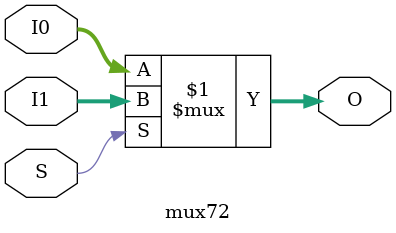
<source format=v>
`timescale 1ns / 1ps
module mux72(
    input [71:0] I0,
    input [71:0] I1,
    input S,
    output [71:0] O
    );
	
	assign O = S?I1:I0;

endmodule

</source>
